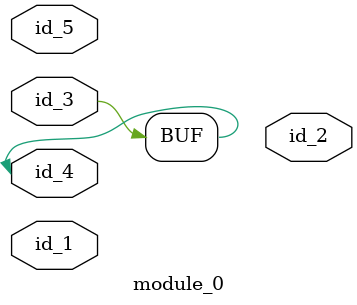
<source format=v>
module module_0 (
    id_1,
    id_2,
    id_3,
    id_4,
    id_5
);
  inout id_5;
  inout id_4;
  input id_3;
  output id_2;
  input id_1;
  assign id_4 = id_3;
endmodule

</source>
